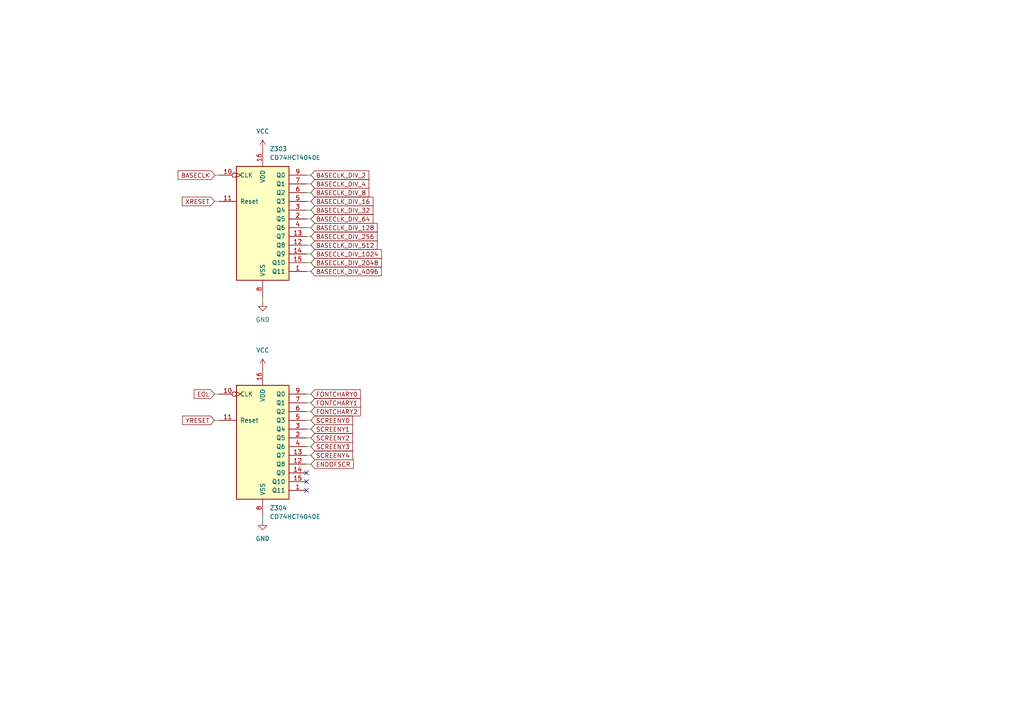
<source format=kicad_sch>
(kicad_sch (version 20211123) (generator eeschema)
  (paper "A4")
  (title_block (title "JupiterAce Z80 plus KIO and new memory format.") (date "2020-05-12") (rev "Alpha") (company "Ontobus") (comment 1 "John Bradley") (comment 2 "https://creativecommons.org/licenses/by-nc-sa/4.0/") (comment 3 "Attribution-NonCommercial-ShareAlike 4.0 International License.") (comment 4 "This work is licensed under a Creative Commons "))
  (lib_symbols
    (symbol "4xxx:4040" (pin_names (offset 1.016))
      (property "Reference" "U" (at -7.62 16.51 0))
      (property "Value" "4040" (at -7.62 -19.05 0))
      (symbol "4040_1_0"
        (pin output line (at 12.7 -15.24 180) (length 5.08) (name "Q11") (number "1"))
        (pin input inverted_clock (at -12.7 12.7 0) (length 5.08) (name "CLK") (number "10"))
        (pin input line (at -12.7 5.08 0) (length 5.08) (name "Reset") (number "11"))
        (pin output line (at 12.7 -7.62 180) (length 5.08) (name "Q8") (number "12"))
        (pin output line (at 12.7 -5.08 180) (length 5.08) (name "Q7") (number "13"))
        (pin output line (at 12.7 -10.16 180) (length 5.08) (name "Q9") (number "14"))
        (pin output line (at 12.7 -12.7 180) (length 5.08) (name "Q10") (number "15"))
        (pin power_in line (at 0 20.32 270) (length 5.08) (name "VDD") (number "16"))
        (pin output line (at 12.7 0 180) (length 5.08) (name "Q5") (number "2"))
        (pin output line (at 12.7 2.54 180) (length 5.08) (name "Q4") (number "3"))
        (pin output line (at 12.7 -2.54 180) (length 5.08) (name "Q6") (number "4"))
        (pin output line (at 12.7 5.08 180) (length 5.08) (name "Q3") (number "5"))
        (pin output line (at 12.7 7.62 180) (length 5.08) (name "Q2") (number "6"))
        (pin output line (at 12.7 10.16 180) (length 5.08) (name "Q1") (number "7"))
        (pin power_in line (at 0 -22.86 90) (length 5.08) (name "VSS") (number "8"))
        (pin output line (at 12.7 12.7 180) (length 5.08) (name "Q0") (number "9"))
      )
      (symbol "4040_1_1"
        (rectangle (start -7.62 15.24) (end 7.62 -17.78) (stroke (width 0.254)) (fill (type background)))
      )
    )
    (symbol "power:GND" (power) (pin_names (offset 0))
      (property "Value" "GND" (at 0 -3.81 0))
      (symbol "GND_0_1"
        (polyline (pts (xy 0 0) (xy 0 -1.27) (xy 1.27 -1.27) (xy 0 -2.54) (xy -1.27 -1.27) (xy 0 -1.27)))
      )
      (symbol "GND_1_1"
        (pin power_in line (at 0 0 270) (length 0) hide (name "GND") (number "1"))
      )
    )
    (symbol "power:VCC" (power) (pin_names (offset 0))
      (property "Value" "VCC" (at 0 3.81 0))
      (symbol "VCC_0_1"
        (polyline (pts (xy -0.762 1.27) (xy 0 2.54)))
        (polyline (pts (xy 0 0) (xy 0 2.54)))
        (polyline (pts (xy 0 2.54) (xy 0.762 1.27)))
      )
      (symbol "VCC_1_1"
        (pin power_in line (at 0 0 90) (length 0) hide (name "VCC") (number "1"))
      )
    )
  )
  (no_connect (at 88.9 139.7))
  (no_connect (at 88.9 142.24))
  (no_connect (at 88.9 137.16))
  (wire (pts (xy 88.9 78.74) (xy 90.17 78.74)))
  (wire (pts (xy 88.9 63.5) (xy 90.17 63.5)))
  (wire (pts (xy 88.9 71.12) (xy 90.17 71.12)))
  (wire (pts (xy 88.9 114.3) (xy 90.17 114.3)))
  (wire (pts (xy 88.9 50.8) (xy 90.17 50.8)))
  (wire (pts (xy 88.9 68.58) (xy 90.17 68.58)))
  (wire (pts (xy 76.2 149.86) (xy 76.2 151.13)))
  (wire (pts (xy 88.9 58.42) (xy 90.17 58.42)))
  (wire (pts (xy 63.5 58.42) (xy 62.23 58.42)))
  (wire (pts (xy 88.9 60.96) (xy 90.17 60.96)))
  (wire (pts (xy 88.9 132.08) (xy 90.17 132.08)))
  (wire (pts (xy 88.9 73.66) (xy 90.17 73.66)))
  (wire (pts (xy 88.9 127) (xy 90.17 127)))
  (wire (pts (xy 88.9 121.92) (xy 90.17 121.92)))
  (wire (pts (xy 88.9 66.04) (xy 90.17 66.04)))
  (wire (pts (xy 62.23 114.3) (xy 63.5 114.3)))
  (wire (pts (xy 88.9 119.38) (xy 90.17 119.38)))
  (wire (pts (xy 88.9 116.84) (xy 90.17 116.84)))
  (wire (pts (xy 62.357 50.8) (xy 63.5 50.8)))
  (wire (pts (xy 76.2 86.36) (xy 76.2 87.63)))
  (wire (pts (xy 63.5 121.92) (xy 62.23 121.92)))
  (wire (pts (xy 88.9 76.2) (xy 90.17 76.2)))
  (wire (pts (xy 88.9 53.34) (xy 90.17 53.34)))
  (wire (pts (xy 90.17 134.62) (xy 88.9 134.62)))
  (wire (pts (xy 88.9 129.54) (xy 90.17 129.54)))
  (wire (pts (xy 88.9 55.88) (xy 90.17 55.88)))
  (wire (pts (xy 88.9 124.46) (xy 90.17 124.46)))
  (global_label "BASECLK_DIV_1024" (shape input) (at 90.17 73.66 0) (property "Intersheet References" "${INTERSHEET_REFS}" (at 110.5161 73.5806 0) (effects (justify left))))
  (global_label "XRESET" (shape input) (at 62.23 58.42 180) (property "Intersheet References" "${INTERSHEET_REFS}" (at 52.951 58.3406 0) (effects (justify right))))
  (global_label "BASECLK_DIV_4" (shape input) (at 90.17 53.34 0) (property "Intersheet References" "${INTERSHEET_REFS}" (at 106.8875 53.2606 0) (effects (justify left))))
  (global_label "BASECLK_DIV_2048" (shape input) (at 90.17 76.2 0) (property "Intersheet References" "${INTERSHEET_REFS}" (at 110.5161 76.1206 0) (effects (justify left))))
  (global_label "BASECLK_DIV_64" (shape input) (at 90.17 63.5 0) (property "Intersheet References" "${INTERSHEET_REFS}" (at 108.0971 63.4206 0) (effects (justify left))))
  (global_label "FONTCHARY0" (shape input) (at 90.17 114.3 0) (property "Intersheet References" "${INTERSHEET_REFS}" (at 103.3799 114.2206 0) (effects (justify left))))
  (global_label "BASECLK_DIV_2" (shape input) (at 90.17 50.8 0) (property "Intersheet References" "${INTERSHEET_REFS}" (at 106.8875 50.7206 0) (effects (justify left))))
  (global_label "SCREENY0" (shape input) (at 90.17 121.92 0) (property "Intersheet References" "${INTERSHEET_REFS}" (at 102.1704 121.8406 0) (effects (justify left))))
  (global_label "BASECLK_DIV_8" (shape input) (at 90.17 55.88 0) (property "Intersheet References" "${INTERSHEET_REFS}" (at 106.8875 55.8006 0) (effects (justify left))))
  (global_label "BASECLK_DIV_512" (shape input) (at 90.17 71.12 0) (property "Intersheet References" "${INTERSHEET_REFS}" (at 109.3066 71.0406 0) (effects (justify left))))
  (global_label "BASECLK_DIV_4096" (shape input) (at 90.17 78.74 0) (property "Intersheet References" "${INTERSHEET_REFS}" (at 110.5161 78.6606 0) (effects (justify left))))
  (global_label "EOL" (shape input) (at 62.23 114.3 180) (property "Intersheet References" "${INTERSHEET_REFS}" (at 56.3982 114.2206 0) (effects (justify right))))
  (global_label "SCREENY2" (shape input) (at 90.17 127 0) (property "Intersheet References" "${INTERSHEET_REFS}" (at 102.1704 126.9206 0) (effects (justify left))))
  (global_label "SCREENY3" (shape input) (at 90.17 129.54 0) (property "Intersheet References" "${INTERSHEET_REFS}" (at 102.1704 129.4606 0) (effects (justify left))))
  (global_label "BASECLK_DIV_16" (shape input) (at 90.17 58.42 0) (property "Intersheet References" "${INTERSHEET_REFS}" (at 108.0971 58.3406 0) (effects (justify left))))
  (global_label "BASECLK" (shape input) (at 62.357 50.8 180) (property "Intersheet References" "${INTERSHEET_REFS}" (at 51.7476 50.7206 0) (effects (justify right))))
  (global_label "YRESET" (shape input) (at 62.23 121.92 180) (property "Intersheet References" "${INTERSHEET_REFS}" (at 53.072 121.8406 0) (effects (justify right))))
  (global_label "FONTCHARY1" (shape input) (at 90.17 116.84 0) (property "Intersheet References" "${INTERSHEET_REFS}" (at 103.3799 116.7606 0) (effects (justify left))))
  (global_label "BASECLK_DIV_32" (shape input) (at 90.17 60.96 0) (property "Intersheet References" "${INTERSHEET_REFS}" (at 108.0971 60.8806 0) (effects (justify left))))
  (global_label "ENDOFSCR" (shape input) (at 90.17 134.62 0) (property "Intersheet References" "${INTERSHEET_REFS}" (at 102.4123 134.5406 0) (effects (justify left))))
  (global_label "SCREENY1" (shape input) (at 90.17 124.46 0) (property "Intersheet References" "${INTERSHEET_REFS}" (at 102.1704 124.3806 0) (effects (justify left))))
  (global_label "BASECLK_DIV_128" (shape input) (at 90.17 66.04 0) (property "Intersheet References" "${INTERSHEET_REFS}" (at 109.3066 65.9606 0) (effects (justify left))))
  (global_label "BASECLK_DIV_256" (shape input) (at 90.17 68.58 0) (property "Intersheet References" "${INTERSHEET_REFS}" (at 109.3066 68.5006 0) (effects (justify left))))
  (global_label "FONTCHARY2" (shape input) (at 90.17 119.38 0) (property "Intersheet References" "${INTERSHEET_REFS}" (at 103.3799 119.3006 0) (effects (justify left))))
  (global_label "SCREENY4" (shape input) (at 90.17 132.08 0) (property "Intersheet References" "${INTERSHEET_REFS}" (at 102.1704 132.0006 0) (effects (justify left))))
  (symbol (lib_id "4xxx:4040") (at 76.2 63.5 0) (unit 1)
    (property "Reference" "Z303" (at 78.2194 43.18 0) (effects (justify left)))
    (property "Value" "CD74HCT4040E" (at 78.2194 45.72 0) (effects (justify left)))
    (property "Footprint" "Package_DIP:DIP-16_W7.62mm" (effects hide))
    (property "Datasheet" "http://www.intersil.com/content/dam/Intersil/documents/cd40/cd4020bms-24bms-40bms.pdf" (effects hide))
    (property "Description" "CD74HCT4040E, 12-stage Binary Counter, Up Counter 5V, 16-Pin PDIP" (effects hide))
    (property "Height" "5.08" (effects hide))
    (property "Manufacturer_Name" "Texas Instruments" (effects hide))
    (property "Manufacturer_Part_Number" "CD74HCT4040E" (effects hide))
    (property "Mouser Part Number" "595-CD74HCT4040E" (effects hide))
    (property "Mouser Price/Stock" "https://www.mouser.com/Search/Refine.aspx?Keyword=595-CD74HCT4040E" (effects hide))
    (property "RS Part Number" "0635252P" (effects hide))
    (property "RS Price/Stock" "http://uk.rs-online.com/web/p/products/0635252P" (effects hide))
  )
  (symbol (lib_id "4xxx:4040") (at 76.2 127 0) (unit 1)
    (property "Reference" "Z304" (at 78.2194 147.32 0) (effects (justify left)))
    (property "Value" "CD74HCT4040E" (at 78.2194 149.86 0) (effects (justify left)))
    (property "Footprint" "Package_DIP:DIP-16_W7.62mm" (effects hide))
    (property "Datasheet" "http://www.intersil.com/content/dam/Intersil/documents/cd40/cd4020bms-24bms-40bms.pdf" (effects hide))
    (property "Description" "CD74HCT4040E, 12-stage Binary Counter, Up Counter 5V, 16-Pin PDIP" (effects hide))
    (property "Height" "5.08" (effects hide))
    (property "Manufacturer_Name" "Texas Instruments" (effects hide))
    (property "Manufacturer_Part_Number" "CD74HCT4040E" (effects hide))
    (property "Mouser Part Number" "595-CD74HCT4040E" (effects hide))
    (property "Mouser Price/Stock" "https://www.mouser.com/Search/Refine.aspx?Keyword=595-CD74HCT4040E" (effects hide))
    (property "RS Part Number" "0635252P" (effects hide))
    (property "RS Price/Stock" "http://uk.rs-online.com/web/p/products/0635252P" (effects hide))
  )
  (symbol (lib_id "power:VCC") (at 76.2 43.18 0) (unit 1)
    (property "Reference" "#0104" (effects hide))
    (property "Value" "VCC" (at 76.2 38.1 0))
  )
  (symbol (lib_id "power:VCC") (at 76.2 106.68 0) (unit 1)
    (property "Reference" "#0105" (effects hide))
    (property "Value" "VCC" (at 76.2 101.6 0))
  )
  (symbol (lib_id "power:GND") (at 76.2 151.13 0) (unit 1)
    (property "Reference" "#0106" (effects hide))
    (property "Value" "GND" (at 76.2 156.21 0))
  )
  (symbol (lib_id "power:GND") (at 76.2 87.63 0) (unit 1)
    (property "Reference" "#0107" (effects hide))
    (property "Value" "GND" (at 76.2 92.71 0))
  )
)
</source>
